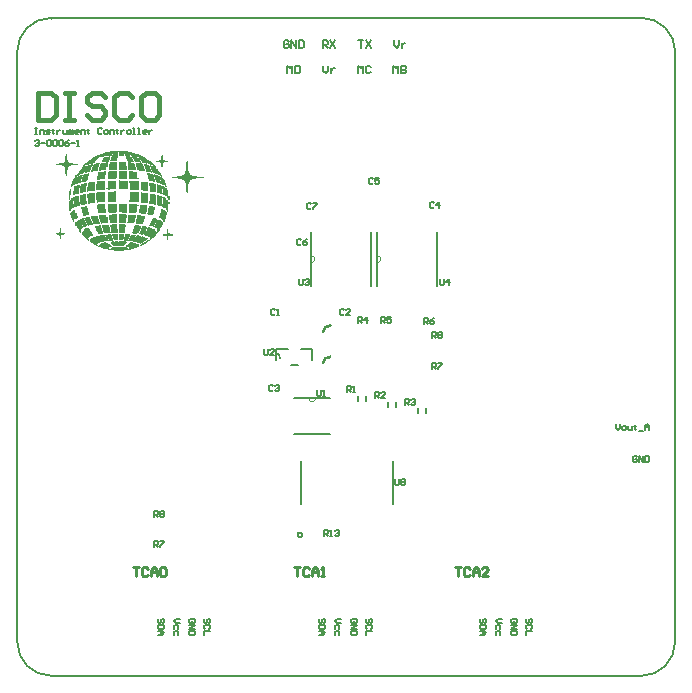
<source format=gto>
G04*
G04 #@! TF.GenerationSoftware,Altium Limited,CircuitStudio,1.5.2 (30)*
G04*
G04 Layer_Color=15065295*
%FSLAX25Y25*%
%MOIN*%
G70*
G01*
G75*
%ADD20C,0.01500*%
%ADD21C,0.01000*%
%ADD31C,0.00600*%
%ADD32C,0.00000*%
%ADD33C,0.00500*%
%ADD34C,0.00630*%
%ADD35C,0.00787*%
%ADD36C,0.00900*%
%ADD37C,0.00800*%
%ADD38C,0.00700*%
G36*
X938455Y782211D02*
X940522D01*
Y781867D01*
Y781522D01*
Y781178D01*
Y780833D01*
Y780489D01*
Y780144D01*
Y779800D01*
Y779456D01*
Y779111D01*
X938111D01*
Y779456D01*
Y779800D01*
Y780144D01*
Y780489D01*
Y780833D01*
Y781178D01*
Y781522D01*
Y781867D01*
Y782211D01*
Y782555D01*
X938455D01*
Y782211D01*
D02*
G37*
G36*
X929844Y782555D02*
Y782211D01*
Y781867D01*
Y781522D01*
Y781178D01*
Y780833D01*
Y780489D01*
Y780144D01*
Y779800D01*
Y779456D01*
X927089D01*
Y779800D01*
Y780144D01*
Y780489D01*
Y780833D01*
Y781178D01*
Y781522D01*
Y781867D01*
Y782211D01*
Y782555D01*
X929156D01*
Y782900D01*
X929844D01*
Y782555D01*
D02*
G37*
G36*
X937422Y782211D02*
Y781867D01*
Y781522D01*
Y781178D01*
Y780833D01*
Y780489D01*
Y780144D01*
Y779800D01*
Y779456D01*
X934322D01*
Y779800D01*
Y780144D01*
X934667D01*
Y780489D01*
Y780833D01*
Y781178D01*
Y781522D01*
Y781867D01*
Y782211D01*
Y782555D01*
X937422D01*
Y782211D01*
D02*
G37*
G36*
X926400D02*
Y781867D01*
Y781522D01*
Y781178D01*
Y780833D01*
Y780489D01*
Y780144D01*
Y779800D01*
Y779456D01*
X923989D01*
Y779111D01*
X923645D01*
Y779456D01*
Y779800D01*
Y780144D01*
X923300D01*
Y780489D01*
Y780833D01*
Y781178D01*
Y781522D01*
Y781867D01*
Y782211D01*
X923645D01*
Y782555D01*
X926400D01*
Y782211D01*
D02*
G37*
G36*
X915034Y783244D02*
Y782900D01*
Y782555D01*
Y782211D01*
Y781867D01*
Y781522D01*
X914689D01*
Y781178D01*
Y780833D01*
Y780489D01*
Y780144D01*
X915034D01*
Y780489D01*
X915722D01*
Y780833D01*
X916411D01*
Y781178D01*
X917445D01*
Y780833D01*
Y780489D01*
Y780144D01*
Y779800D01*
Y779456D01*
X917789D01*
Y779800D01*
Y780144D01*
Y780489D01*
Y780833D01*
Y781178D01*
Y781522D01*
X918822D01*
Y781867D01*
X919856D01*
Y781522D01*
Y781178D01*
Y780833D01*
Y780489D01*
Y780144D01*
Y779800D01*
X920200D01*
Y779456D01*
Y779111D01*
Y778767D01*
X919511D01*
Y778422D01*
X918134D01*
Y778767D01*
X917789D01*
Y778422D01*
Y778078D01*
X916756D01*
Y777733D01*
X916067D01*
Y777389D01*
X915378D01*
Y777044D01*
X915034D01*
Y776700D01*
Y776356D01*
X914345D01*
Y776700D01*
Y777044D01*
Y777389D01*
Y777733D01*
Y778078D01*
Y778422D01*
Y778767D01*
Y779111D01*
Y779456D01*
Y779800D01*
X914689D01*
Y780144D01*
X914345D01*
Y780489D01*
Y780833D01*
Y781178D01*
Y781522D01*
Y781867D01*
Y782211D01*
Y782555D01*
Y782900D01*
X914689D01*
Y783244D01*
Y783589D01*
X915034D01*
Y783244D01*
D02*
G37*
G36*
X942933Y781522D02*
X943277D01*
Y781178D01*
Y780833D01*
Y780489D01*
Y780144D01*
Y779800D01*
Y779456D01*
Y779111D01*
Y778767D01*
Y778422D01*
X942589D01*
Y778767D01*
X940866D01*
Y779111D01*
Y779456D01*
Y779800D01*
X941211D01*
Y780144D01*
Y780489D01*
Y780833D01*
Y781178D01*
Y781522D01*
Y781867D01*
X942933D01*
Y781522D01*
D02*
G37*
G36*
X922956Y781867D02*
Y781522D01*
Y781178D01*
Y780833D01*
Y780489D01*
Y780144D01*
Y779800D01*
Y779456D01*
Y779111D01*
X921233D01*
Y778767D01*
X920545D01*
Y779111D01*
Y779456D01*
Y779800D01*
Y780144D01*
Y780489D01*
X920200D01*
Y780833D01*
Y781178D01*
Y781522D01*
Y781867D01*
X920889D01*
Y782211D01*
X922956D01*
Y781867D01*
D02*
G37*
G36*
X943966Y784967D02*
X945000D01*
Y784622D01*
X946033D01*
Y784278D01*
X946377D01*
Y783933D01*
X947066D01*
Y783589D01*
Y783244D01*
X947411D01*
Y782900D01*
Y782555D01*
Y782211D01*
Y781867D01*
Y781522D01*
Y781178D01*
X947755D01*
Y780833D01*
Y780489D01*
Y780144D01*
X947411D01*
Y780489D01*
X947066D01*
Y780833D01*
Y781178D01*
X946377D01*
Y781522D01*
X945689D01*
Y781867D01*
X944655D01*
Y782211D01*
X943622D01*
Y782555D01*
Y782900D01*
Y783244D01*
Y783589D01*
Y783933D01*
Y784278D01*
Y784622D01*
Y784967D01*
Y785311D01*
X943966D01*
Y784967D01*
D02*
G37*
G36*
X926400Y786000D02*
Y785655D01*
Y785311D01*
Y784967D01*
Y784622D01*
Y784278D01*
Y783933D01*
Y783589D01*
Y783244D01*
X923300D01*
Y783589D01*
Y783933D01*
Y784278D01*
Y784622D01*
Y784967D01*
Y785311D01*
X923645D01*
Y785655D01*
Y786000D01*
Y786344D01*
X926400D01*
Y786000D01*
D02*
G37*
G36*
X929844D02*
Y785655D01*
Y785311D01*
Y784967D01*
Y784622D01*
Y784278D01*
Y783933D01*
Y783589D01*
X927778D01*
Y783244D01*
X927089D01*
Y783589D01*
X926744D01*
Y783933D01*
X927089D01*
Y784278D01*
Y784622D01*
Y784967D01*
Y785311D01*
Y785655D01*
Y786000D01*
Y786344D01*
X929844D01*
Y786000D01*
D02*
G37*
G36*
X937422D02*
Y785655D01*
Y785311D01*
Y784967D01*
Y784622D01*
Y784278D01*
Y783933D01*
Y783589D01*
Y783244D01*
X934667D01*
Y783589D01*
Y783933D01*
Y784278D01*
Y784622D01*
Y784967D01*
Y785311D01*
Y785655D01*
X934322D01*
Y786000D01*
Y786344D01*
X937422D01*
Y786000D01*
D02*
G37*
G36*
X940522Y785655D02*
Y785311D01*
Y784967D01*
Y784622D01*
Y784278D01*
Y783933D01*
Y783589D01*
Y783244D01*
Y782900D01*
X938800D01*
Y783244D01*
X938111D01*
Y783589D01*
Y783933D01*
Y784278D01*
Y784622D01*
Y784967D01*
Y785311D01*
Y785655D01*
Y786000D01*
X940522D01*
Y785655D01*
D02*
G37*
G36*
X953955Y792544D02*
Y792200D01*
Y791855D01*
Y791511D01*
Y791166D01*
Y790822D01*
Y790478D01*
Y790133D01*
Y789789D01*
X954299D01*
Y789444D01*
Y789100D01*
X954644D01*
Y788755D01*
Y788411D01*
X955333D01*
Y788066D01*
X957055D01*
Y787722D01*
X959122D01*
Y787378D01*
X956711D01*
Y787033D01*
X955333D01*
Y786689D01*
X954644D01*
Y786344D01*
Y786000D01*
X954299D01*
Y785655D01*
Y785311D01*
X953955D01*
Y784967D01*
Y784622D01*
Y784278D01*
Y783933D01*
Y783589D01*
Y783244D01*
Y782900D01*
Y782555D01*
Y782211D01*
X953611D01*
Y782555D01*
X953266D01*
Y782900D01*
Y783244D01*
Y783589D01*
Y783933D01*
Y784278D01*
Y784622D01*
Y784967D01*
Y785311D01*
Y785655D01*
X952922D01*
Y786000D01*
Y786344D01*
X952577D01*
Y786689D01*
X951888D01*
Y787033D01*
X950511D01*
Y787378D01*
X948444D01*
Y787722D01*
X950166D01*
Y788066D01*
X951888D01*
Y788411D01*
X952577D01*
Y788755D01*
X952922D01*
Y789100D01*
Y789444D01*
Y789789D01*
X953266D01*
Y790133D01*
Y790478D01*
Y790822D01*
Y791166D01*
Y791511D01*
Y791855D01*
Y792200D01*
Y792544D01*
X953611D01*
Y792889D01*
X953955D01*
Y792544D01*
D02*
G37*
G36*
X922956Y785655D02*
Y785311D01*
Y784967D01*
Y784622D01*
Y784278D01*
Y783933D01*
Y783589D01*
Y783244D01*
Y782900D01*
X920545D01*
Y782555D01*
X920200D01*
Y782900D01*
Y783244D01*
Y783589D01*
Y783933D01*
Y784278D01*
X920545D01*
Y784622D01*
Y784967D01*
Y785311D01*
Y785655D01*
X920889D01*
Y786000D01*
X922956D01*
Y785655D01*
D02*
G37*
G36*
X942589Y785311D02*
X943277D01*
Y784967D01*
Y784622D01*
Y784278D01*
Y783933D01*
Y783589D01*
Y783244D01*
Y782900D01*
Y782555D01*
X941211D01*
Y782900D01*
Y783244D01*
Y783589D01*
Y783933D01*
Y784278D01*
Y784622D01*
X940866D01*
Y784967D01*
Y785311D01*
Y785655D01*
X942589D01*
Y785311D01*
D02*
G37*
G36*
X944311Y781178D02*
X945344D01*
Y780833D01*
X946377D01*
Y780489D01*
X946722D01*
Y780144D01*
X947411D01*
Y779800D01*
Y779456D01*
X947755D01*
Y779111D01*
Y778767D01*
X947411D01*
Y778422D01*
Y778078D01*
Y777733D01*
Y777389D01*
Y777044D01*
Y776700D01*
Y776356D01*
Y776011D01*
X947066D01*
Y776356D01*
Y776700D01*
X946722D01*
Y777044D01*
Y777389D01*
X945689D01*
Y777733D01*
X945344D01*
Y778078D01*
X943966D01*
Y778422D01*
X943622D01*
Y778767D01*
Y779111D01*
Y779456D01*
Y779800D01*
Y780144D01*
Y780489D01*
Y780833D01*
Y781178D01*
Y781522D01*
X944311D01*
Y781178D01*
D02*
G37*
G36*
X933289Y774978D02*
X933633D01*
Y774633D01*
Y774289D01*
Y773945D01*
X933289D01*
Y773600D01*
Y773256D01*
Y772911D01*
Y772567D01*
Y772222D01*
X930878D01*
Y772567D01*
Y772911D01*
Y773256D01*
Y773600D01*
Y773945D01*
Y774289D01*
Y774633D01*
Y774978D01*
Y775322D01*
X933289D01*
Y774978D01*
D02*
G37*
G36*
X936733Y774633D02*
Y774289D01*
Y773945D01*
X936389D01*
Y773600D01*
Y773256D01*
Y772911D01*
Y772567D01*
X936044D01*
Y772222D01*
X933633D01*
Y772567D01*
X933978D01*
Y772911D01*
Y773256D01*
Y773600D01*
Y773945D01*
Y774289D01*
Y774633D01*
Y774978D01*
X936733D01*
Y774633D01*
D02*
G37*
G36*
X916411Y776356D02*
Y776011D01*
Y775667D01*
X916756D01*
Y775322D01*
Y774978D01*
Y774633D01*
X917100D01*
Y774289D01*
Y773945D01*
X916756D01*
Y773600D01*
X916067D01*
Y773256D01*
Y772911D01*
Y772567D01*
X915722D01*
Y772911D01*
Y773256D01*
X915378D01*
Y773600D01*
Y773945D01*
X915034D01*
Y774289D01*
Y774633D01*
Y774978D01*
X914689D01*
Y775322D01*
Y775667D01*
X915034D01*
Y776011D01*
X915378D01*
Y776356D01*
X915722D01*
Y776700D01*
X916411D01*
Y776356D01*
D02*
G37*
G36*
X930189Y774978D02*
Y774633D01*
Y774289D01*
Y773945D01*
Y773600D01*
Y773256D01*
Y772911D01*
Y772567D01*
Y772222D01*
X927778D01*
Y772567D01*
Y772911D01*
Y773256D01*
X927433D01*
Y773600D01*
Y773945D01*
Y774289D01*
Y774633D01*
Y774978D01*
X928467D01*
Y775322D01*
X930189D01*
Y774978D01*
D02*
G37*
G36*
X938111Y774633D02*
X939489D01*
Y774289D01*
Y773945D01*
Y773600D01*
X939144D01*
Y773256D01*
Y772911D01*
Y772567D01*
X938800D01*
Y772222D01*
Y771878D01*
X936733D01*
Y772222D01*
Y772567D01*
Y772911D01*
Y773256D01*
Y773600D01*
X937078D01*
Y773945D01*
Y774289D01*
Y774633D01*
Y774978D01*
X938111D01*
Y774633D01*
D02*
G37*
G36*
X926744D02*
Y774289D01*
X927089D01*
Y773945D01*
Y773600D01*
Y773256D01*
Y772911D01*
Y772567D01*
Y772222D01*
X925367D01*
Y771878D01*
X925022D01*
Y772222D01*
Y772567D01*
X924678D01*
Y772911D01*
Y773256D01*
Y773600D01*
X924333D01*
Y773945D01*
Y774289D01*
Y774633D01*
Y774978D01*
X926744D01*
Y774633D01*
D02*
G37*
G36*
X923989Y774289D02*
Y773945D01*
Y773600D01*
X924333D01*
Y773256D01*
Y772911D01*
Y772567D01*
X924678D01*
Y772222D01*
Y771878D01*
X922267D01*
Y771533D01*
X920889D01*
Y771189D01*
X920545D01*
Y771533D01*
X920200D01*
Y771189D01*
X919856D01*
Y770845D01*
X918822D01*
Y770500D01*
X918478D01*
Y770156D01*
X918134D01*
Y769811D01*
Y769467D01*
Y769122D01*
X917789D01*
Y769467D01*
X917445D01*
Y769811D01*
Y770156D01*
X917100D01*
Y770500D01*
X916756D01*
Y770845D01*
Y771189D01*
X916411D01*
Y771533D01*
Y771878D01*
Y772222D01*
Y772567D01*
X916756D01*
Y772911D01*
X917100D01*
Y773256D01*
X917789D01*
Y773600D01*
X918478D01*
Y773945D01*
X919856D01*
Y774289D01*
X921233D01*
Y773945D01*
Y773600D01*
X921578D01*
Y773256D01*
Y772911D01*
X921922D01*
Y772567D01*
Y772222D01*
X922267D01*
Y772567D01*
Y772911D01*
X921922D01*
Y773256D01*
Y773600D01*
X921578D01*
Y773945D01*
Y774289D01*
Y774633D01*
X923989D01*
Y774289D01*
D02*
G37*
G36*
X945689Y776700D02*
X946377D01*
Y776356D01*
X946722D01*
Y776011D01*
X947066D01*
Y775667D01*
Y775322D01*
Y774978D01*
X946722D01*
Y774633D01*
Y774289D01*
Y773945D01*
Y773600D01*
X946377D01*
Y773256D01*
Y772911D01*
Y772567D01*
X945689D01*
Y772911D01*
Y773256D01*
X945344D01*
Y773600D01*
X945000D01*
Y773945D01*
X944311D01*
Y774289D01*
Y774633D01*
X944655D01*
Y774978D01*
Y775322D01*
Y775667D01*
X945000D01*
Y776011D01*
Y776356D01*
Y776700D01*
Y777044D01*
X945689D01*
Y776700D01*
D02*
G37*
G36*
X930189Y778422D02*
Y778078D01*
Y777733D01*
Y777389D01*
Y777044D01*
Y776700D01*
Y776356D01*
Y776011D01*
X929844D01*
Y775667D01*
X927433D01*
Y776011D01*
X927089D01*
Y776356D01*
Y776700D01*
Y777044D01*
Y777389D01*
Y777733D01*
Y778078D01*
Y778422D01*
Y778767D01*
X930189D01*
Y778422D01*
D02*
G37*
G36*
X933633D02*
Y778078D01*
Y777733D01*
Y777389D01*
Y777044D01*
Y776700D01*
Y776356D01*
Y776011D01*
Y775667D01*
X931911D01*
Y776011D01*
X930878D01*
Y776356D01*
Y776700D01*
Y777044D01*
Y777389D01*
Y777733D01*
Y778078D01*
Y778422D01*
Y778767D01*
X933633D01*
Y778422D01*
D02*
G37*
G36*
X937078D02*
X937422D01*
Y778078D01*
X937078D01*
Y777733D01*
Y777389D01*
Y777044D01*
Y776700D01*
Y776356D01*
Y776011D01*
X936733D01*
Y775667D01*
X934322D01*
Y776011D01*
Y776356D01*
Y776700D01*
Y777044D01*
Y777389D01*
Y777733D01*
Y778078D01*
Y778422D01*
Y778767D01*
X937078D01*
Y778422D01*
D02*
G37*
G36*
X926400D02*
Y778078D01*
Y777733D01*
Y777389D01*
Y777044D01*
X926744D01*
Y776700D01*
Y776356D01*
Y776011D01*
Y775667D01*
X923989D01*
Y776011D01*
Y776356D01*
Y776700D01*
Y777044D01*
X923645D01*
Y777389D01*
Y777733D01*
Y778078D01*
Y778422D01*
X923989D01*
Y778767D01*
X926400D01*
Y778422D01*
D02*
G37*
G36*
X920200Y777733D02*
Y777389D01*
X920545D01*
Y777044D01*
Y776700D01*
Y776356D01*
Y776011D01*
X920889D01*
Y775667D01*
Y775322D01*
Y774978D01*
X919856D01*
Y774633D01*
X918822D01*
Y774978D01*
Y775322D01*
Y775667D01*
X918478D01*
Y776011D01*
Y776356D01*
Y776700D01*
Y777044D01*
X918134D01*
Y777389D01*
Y777733D01*
X919511D01*
Y778078D01*
X920200D01*
Y777733D01*
D02*
G37*
G36*
X942244D02*
X942933D01*
Y777389D01*
Y777044D01*
Y776700D01*
X942589D01*
Y776356D01*
Y776011D01*
Y775667D01*
Y775322D01*
X942244D01*
Y774978D01*
X940522D01*
Y775322D01*
X940178D01*
Y775667D01*
X940522D01*
Y776011D01*
Y776356D01*
Y776700D01*
Y777044D01*
Y777389D01*
X940866D01*
Y777733D01*
Y778078D01*
X942244D01*
Y777733D01*
D02*
G37*
G36*
X940178Y778078D02*
Y777733D01*
Y777389D01*
Y777044D01*
Y776700D01*
Y776356D01*
Y776011D01*
X939833D01*
Y775667D01*
Y775322D01*
X938111D01*
Y775667D01*
X937422D01*
Y776011D01*
Y776356D01*
Y776700D01*
Y777044D01*
X937766D01*
Y777389D01*
Y777733D01*
Y778078D01*
Y778422D01*
X940178D01*
Y778078D01*
D02*
G37*
G36*
X931222Y786344D02*
X933978D01*
Y786000D01*
Y785655D01*
Y785311D01*
Y784967D01*
Y784622D01*
Y784278D01*
Y783933D01*
Y783589D01*
X930878D01*
Y783933D01*
Y784278D01*
Y784622D01*
Y784967D01*
Y785311D01*
Y785655D01*
Y786000D01*
Y786344D01*
Y786689D01*
X931222D01*
Y786344D01*
D02*
G37*
G36*
X934667Y768434D02*
Y768089D01*
X935011D01*
Y768434D01*
X936733D01*
Y768089D01*
X937078D01*
Y768434D01*
X937422D01*
Y768089D01*
X938111D01*
Y767745D01*
X938455D01*
Y768089D01*
X938800D01*
Y767745D01*
X939489D01*
Y767400D01*
X940522D01*
Y767056D01*
X940178D01*
Y766711D01*
X941211D01*
Y766367D01*
X940522D01*
Y766022D01*
X940178D01*
Y765678D01*
X939833D01*
Y765334D01*
X939144D01*
Y764989D01*
X938455D01*
Y764645D01*
X937766D01*
Y764989D01*
X938111D01*
Y765334D01*
X937766D01*
Y765678D01*
X937078D01*
Y766022D01*
X935700D01*
Y766367D01*
X933289D01*
Y766022D01*
X933633D01*
Y765678D01*
X933289D01*
Y765334D01*
X932944D01*
Y764989D01*
X932600D01*
Y764645D01*
X928811D01*
Y764989D01*
X928467D01*
Y765334D01*
X928122D01*
Y765678D01*
Y766022D01*
X928467D01*
Y766367D01*
X926056D01*
Y766022D01*
X926744D01*
Y765678D01*
X927089D01*
Y765334D01*
X927778D01*
Y764989D01*
X928122D01*
Y764645D01*
X928467D01*
Y764300D01*
X933289D01*
Y764645D01*
Y764989D01*
X933978D01*
Y765334D01*
X934322D01*
Y765678D01*
X934667D01*
Y766022D01*
X935700D01*
Y765678D01*
X936733D01*
Y765334D01*
X937422D01*
Y764989D01*
Y764645D01*
Y764300D01*
X937078D01*
Y763956D01*
X936044D01*
Y763611D01*
X935011D01*
Y763267D01*
X932600D01*
Y762922D01*
X929156D01*
Y763267D01*
X927089D01*
Y763611D01*
X925711D01*
Y763956D01*
X925022D01*
Y764300D01*
X923989D01*
Y764645D01*
X923300D01*
Y764989D01*
X922611D01*
Y765334D01*
X922267D01*
Y765678D01*
X921578D01*
Y766022D01*
X921233D01*
Y766367D01*
Y766711D01*
Y767056D01*
X921578D01*
Y767400D01*
X922267D01*
Y767745D01*
X923300D01*
Y768089D01*
X924678D01*
Y768434D01*
X927089D01*
Y768778D01*
X928122D01*
Y768434D01*
X928467D01*
Y768778D01*
X930533D01*
Y768434D01*
Y768089D01*
Y767745D01*
Y767400D01*
Y767056D01*
Y766711D01*
X929156D01*
Y767056D01*
X928811D01*
Y766711D01*
Y766367D01*
X929156D01*
Y766022D01*
X929500D01*
Y766367D01*
X930533D01*
Y766022D01*
X930878D01*
Y766367D01*
X932600D01*
Y766711D01*
Y767056D01*
X932255D01*
Y766711D01*
X930878D01*
Y767056D01*
Y767400D01*
Y767745D01*
Y768089D01*
Y768434D01*
Y768778D01*
X932600D01*
Y768434D01*
Y768089D01*
Y767745D01*
X932944D01*
Y768089D01*
Y768434D01*
Y768778D01*
X934667D01*
Y768434D01*
D02*
G37*
G36*
X920889Y770156D02*
X921233D01*
Y769811D01*
X921578D01*
Y769467D01*
X921922D01*
Y769122D01*
Y768778D01*
X922267D01*
Y768434D01*
Y768089D01*
X921233D01*
Y767745D01*
X920889D01*
Y767400D01*
X920545D01*
Y767056D01*
X920889D01*
Y766711D01*
Y766367D01*
X920545D01*
Y766711D01*
X920200D01*
Y767056D01*
X919856D01*
Y767400D01*
X919511D01*
Y767745D01*
X919167D01*
Y768089D01*
X918822D01*
Y768434D01*
X918478D01*
Y768778D01*
Y769122D01*
Y769467D01*
X918822D01*
Y769811D01*
X919167D01*
Y770156D01*
X919511D01*
Y770500D01*
X920889D01*
Y770156D01*
D02*
G37*
G36*
X933978Y795989D02*
X935355D01*
Y795644D01*
X936389D01*
Y795300D01*
X937422D01*
Y794955D01*
X938111D01*
Y794611D01*
X938800D01*
Y794266D01*
X939489D01*
Y793922D01*
X939833D01*
Y793577D01*
X940178D01*
Y793233D01*
X940866D01*
Y792889D01*
X941555D01*
Y792544D01*
X941900D01*
Y792200D01*
X942244D01*
Y791855D01*
X942589D01*
Y791511D01*
X942933D01*
Y791166D01*
X943277D01*
Y790822D01*
Y790478D01*
X943966D01*
Y790133D01*
Y789789D01*
X944311D01*
Y789444D01*
X944655D01*
Y789100D01*
X945000D01*
Y788755D01*
Y788411D01*
X945344D01*
Y788066D01*
Y787722D01*
Y787378D01*
X945689D01*
Y787033D01*
X946033D01*
Y786689D01*
X946377D01*
Y786344D01*
Y786000D01*
Y785655D01*
X946722D01*
Y785311D01*
Y784967D01*
Y784622D01*
X947066D01*
Y784278D01*
X946377D01*
Y784622D01*
Y784967D01*
X945344D01*
Y785311D01*
X944655D01*
Y785655D01*
X943622D01*
Y786000D01*
X943277D01*
Y786344D01*
Y786689D01*
X942933D01*
Y786344D01*
Y786000D01*
X942244D01*
Y786344D01*
X940866D01*
Y786689D01*
Y787033D01*
X940522D01*
Y787378D01*
Y787722D01*
Y788066D01*
Y788411D01*
X940178D01*
Y788755D01*
Y789100D01*
X941211D01*
Y788755D01*
X942244D01*
Y788411D01*
X942589D01*
Y788755D01*
X942933D01*
Y788411D01*
X943966D01*
Y788066D01*
X944655D01*
Y787722D01*
X945000D01*
Y788066D01*
X944655D01*
Y788411D01*
X943966D01*
Y788755D01*
X942933D01*
Y789100D01*
X942244D01*
Y789444D01*
X941900D01*
Y789100D01*
X941555D01*
Y789444D01*
X939833D01*
Y789789D01*
Y790133D01*
Y790478D01*
X939489D01*
Y790822D01*
Y791166D01*
X939144D01*
Y791511D01*
Y791855D01*
X939833D01*
Y792200D01*
X938455D01*
Y792544D01*
Y792889D01*
X938111D01*
Y793233D01*
X937766D01*
Y792889D01*
X938111D01*
Y792544D01*
Y792200D01*
X938455D01*
Y791855D01*
X938800D01*
Y791511D01*
Y791166D01*
X939144D01*
Y790822D01*
Y790478D01*
X939489D01*
Y790133D01*
Y789789D01*
X937422D01*
Y790133D01*
X937078D01*
Y790478D01*
Y790822D01*
X936733D01*
Y791166D01*
Y791511D01*
Y791855D01*
Y792200D01*
X937766D01*
Y792544D01*
X936389D01*
Y792889D01*
X936044D01*
Y793233D01*
Y793577D01*
X935700D01*
Y793922D01*
X935355D01*
Y793577D01*
X935700D01*
Y793233D01*
Y792889D01*
X936044D01*
Y792544D01*
X935011D01*
Y792200D01*
X936044D01*
Y791855D01*
X936389D01*
Y791511D01*
Y791166D01*
Y790822D01*
X936733D01*
Y790478D01*
Y790133D01*
X933978D01*
Y790478D01*
Y790822D01*
Y791166D01*
Y791511D01*
Y791855D01*
Y792200D01*
Y792544D01*
Y792889D01*
X933633D01*
Y793233D01*
Y793577D01*
X933289D01*
Y793922D01*
Y794266D01*
Y794611D01*
X932944D01*
Y794955D01*
Y795300D01*
X932600D01*
Y794955D01*
Y794611D01*
X930878D01*
Y794955D01*
Y795300D01*
Y795644D01*
Y795989D01*
X930533D01*
Y795644D01*
Y795300D01*
Y794955D01*
Y794611D01*
Y794266D01*
Y793922D01*
X930189D01*
Y793577D01*
Y793233D01*
Y792889D01*
X927778D01*
Y793233D01*
X927433D01*
Y792889D01*
Y792544D01*
X927089D01*
Y792200D01*
Y791855D01*
Y791511D01*
Y791166D01*
Y790822D01*
X926744D01*
Y790478D01*
Y790133D01*
X925022D01*
Y789789D01*
X924333D01*
Y790133D01*
Y790478D01*
Y790822D01*
X923989D01*
Y790478D01*
Y790133D01*
Y789789D01*
X922267D01*
Y789444D01*
X921578D01*
Y789789D01*
Y790133D01*
X921233D01*
Y789789D01*
Y789444D01*
X920200D01*
Y789100D01*
X919511D01*
Y789444D01*
X919167D01*
Y789100D01*
X918822D01*
Y788755D01*
X917789D01*
Y788411D01*
X919167D01*
Y788755D01*
X920545D01*
Y789100D01*
X920889D01*
Y788755D01*
Y788411D01*
Y788066D01*
X920545D01*
Y787722D01*
Y787378D01*
Y787033D01*
Y786689D01*
X920200D01*
Y786344D01*
X919856D01*
Y786000D01*
X918134D01*
Y785655D01*
X917100D01*
Y785311D01*
X916411D01*
Y784967D01*
X915722D01*
Y784622D01*
X915378D01*
Y784278D01*
X915034D01*
Y784622D01*
Y784967D01*
Y785311D01*
X915378D01*
Y785655D01*
Y786000D01*
Y786344D01*
X915722D01*
Y786689D01*
Y787033D01*
X916067D01*
Y787378D01*
X916411D01*
Y787722D01*
Y788066D01*
Y788411D01*
X916756D01*
Y788755D01*
X917100D01*
Y789100D01*
X917445D01*
Y789444D01*
Y789789D01*
X917789D01*
Y790133D01*
X918134D01*
Y790478D01*
X918478D01*
Y790822D01*
X918822D01*
Y791166D01*
Y791511D01*
X919167D01*
Y791855D01*
X919511D01*
Y792200D01*
X920200D01*
Y792544D01*
X920545D01*
Y792889D01*
X920889D01*
Y793233D01*
X921578D01*
Y793577D01*
X921922D01*
Y793922D01*
X922267D01*
Y794266D01*
X922956D01*
Y794611D01*
X923645D01*
Y794955D01*
X924678D01*
Y795300D01*
X925711D01*
Y795644D01*
X926400D01*
Y795989D01*
X927778D01*
Y796333D01*
X933978D01*
Y795989D01*
D02*
G37*
G36*
X913656Y794955D02*
Y794611D01*
Y794266D01*
Y793922D01*
Y793577D01*
Y793233D01*
X914000D01*
Y792889D01*
Y792544D01*
X914345D01*
Y792200D01*
X915722D01*
Y791855D01*
X917100D01*
Y791511D01*
X915034D01*
Y791166D01*
X914345D01*
Y790822D01*
X914000D01*
Y790478D01*
Y790133D01*
X913656D01*
Y789789D01*
Y789444D01*
Y789100D01*
Y788755D01*
Y788411D01*
Y788066D01*
X913311D01*
Y788411D01*
Y788755D01*
X912967D01*
Y789100D01*
Y789444D01*
Y789789D01*
Y790133D01*
Y790478D01*
Y790822D01*
X912623D01*
Y791166D01*
X911934D01*
Y791511D01*
X909867D01*
Y791855D01*
X910900D01*
Y792200D01*
X912623D01*
Y792544D01*
X912967D01*
Y792889D01*
Y793233D01*
Y793577D01*
Y793922D01*
Y794266D01*
Y794611D01*
X913311D01*
Y794955D01*
Y795300D01*
X913656D01*
Y794955D01*
D02*
G37*
G36*
X930189Y792200D02*
Y791855D01*
Y791511D01*
Y791166D01*
Y790822D01*
Y790478D01*
Y790133D01*
X927433D01*
Y790478D01*
Y790822D01*
Y791166D01*
Y791511D01*
Y791855D01*
X927778D01*
Y792200D01*
Y792544D01*
X930189D01*
Y792200D01*
D02*
G37*
G36*
X947411Y769811D02*
Y769467D01*
Y769122D01*
X947755D01*
Y768778D01*
X948788D01*
Y768434D01*
Y768089D01*
X947411D01*
Y767745D01*
Y767400D01*
Y767056D01*
Y766711D01*
X947066D01*
Y767056D01*
Y767400D01*
Y767745D01*
Y768089D01*
X945689D01*
Y768434D01*
Y768778D01*
X947066D01*
Y769122D01*
Y769467D01*
Y769811D01*
Y770156D01*
X947411D01*
Y769811D01*
D02*
G37*
G36*
X945689Y794611D02*
Y794266D01*
Y793922D01*
Y793577D01*
Y793233D01*
X946377D01*
Y792889D01*
X947411D01*
Y792544D01*
X946033D01*
Y792200D01*
X945689D01*
Y791855D01*
Y791511D01*
Y791166D01*
Y790822D01*
X945000D01*
Y791166D01*
Y791511D01*
Y791855D01*
Y792200D01*
X944655D01*
Y792544D01*
X943277D01*
Y792889D01*
X944311D01*
Y793233D01*
X945000D01*
Y793577D01*
Y793922D01*
Y794266D01*
Y794611D01*
X945344D01*
Y794955D01*
X945689D01*
Y794611D01*
D02*
G37*
G36*
X933289Y792200D02*
Y791855D01*
Y791511D01*
Y791166D01*
X933633D01*
Y790822D01*
Y790478D01*
Y790133D01*
X930878D01*
Y790478D01*
Y790822D01*
Y791166D01*
Y791511D01*
Y791855D01*
Y792200D01*
Y792544D01*
X933289D01*
Y792200D01*
D02*
G37*
G36*
X911589Y770156D02*
Y769811D01*
Y769467D01*
Y769122D01*
X912967D01*
Y768778D01*
X912623D01*
Y768434D01*
X911589D01*
Y768089D01*
Y767745D01*
Y767400D01*
Y767056D01*
X911245D01*
Y767400D01*
Y767745D01*
Y768089D01*
X910900D01*
Y768434D01*
X910211D01*
Y768778D01*
X909867D01*
Y769122D01*
X910900D01*
Y769467D01*
X911245D01*
Y769811D01*
Y770156D01*
Y770500D01*
X911589D01*
Y770156D01*
D02*
G37*
G36*
X932944Y771533D02*
X933289D01*
Y771189D01*
Y770845D01*
X932944D01*
Y770500D01*
Y770156D01*
Y769811D01*
Y769467D01*
Y769122D01*
X930878D01*
Y769467D01*
Y769811D01*
Y770156D01*
Y770500D01*
Y770845D01*
Y771189D01*
Y771533D01*
Y771878D01*
X932944D01*
Y771533D01*
D02*
G37*
G36*
X926744Y789444D02*
Y789100D01*
Y788755D01*
Y788411D01*
X926400D01*
Y788066D01*
Y787722D01*
Y787378D01*
Y787033D01*
X924678D01*
Y786689D01*
X923645D01*
Y787033D01*
Y787378D01*
Y787722D01*
Y788066D01*
X923989D01*
Y788411D01*
Y788755D01*
Y789100D01*
Y789444D01*
X926056D01*
Y789789D01*
X926744D01*
Y789444D01*
D02*
G37*
G36*
X930189D02*
Y789100D01*
Y788755D01*
Y788411D01*
Y788066D01*
Y787722D01*
Y787378D01*
X929844D01*
Y787033D01*
X927089D01*
Y787378D01*
Y787722D01*
Y788066D01*
Y788411D01*
Y788755D01*
Y789100D01*
Y789444D01*
X927433D01*
Y789789D01*
X930189D01*
Y789444D01*
D02*
G37*
G36*
X933633D02*
Y789100D01*
Y788755D01*
Y788411D01*
Y788066D01*
Y787722D01*
Y787378D01*
Y787033D01*
X930878D01*
Y787378D01*
Y787722D01*
Y788066D01*
Y788411D01*
Y788755D01*
Y789100D01*
Y789444D01*
Y789789D01*
X933633D01*
Y789444D01*
D02*
G37*
G36*
X920200Y785311D02*
Y784967D01*
Y784622D01*
X919856D01*
Y784278D01*
Y783933D01*
Y783589D01*
Y783244D01*
Y782900D01*
Y782555D01*
X918822D01*
Y782211D01*
X917789D01*
Y782555D01*
Y782900D01*
Y783244D01*
Y783589D01*
Y783933D01*
X917445D01*
Y783589D01*
Y783244D01*
Y782900D01*
Y782555D01*
Y782211D01*
Y781867D01*
X916411D01*
Y781522D01*
X915722D01*
Y781867D01*
Y782211D01*
Y782555D01*
Y782900D01*
X916067D01*
Y783244D01*
Y783589D01*
Y783933D01*
Y784278D01*
Y784622D01*
X916756D01*
Y784967D01*
X917789D01*
Y784622D01*
X918134D01*
Y784967D01*
Y785311D01*
X919167D01*
Y785655D01*
X920200D01*
Y785311D01*
D02*
G37*
G36*
X943277Y773600D02*
X943622D01*
Y773256D01*
X945000D01*
Y772911D01*
X945344D01*
Y772567D01*
X945689D01*
Y772222D01*
Y771878D01*
Y771533D01*
X945344D01*
Y771189D01*
Y770845D01*
X945000D01*
Y770500D01*
X944655D01*
Y770156D01*
Y769811D01*
X944311D01*
Y769467D01*
X943966D01*
Y769122D01*
X943622D01*
Y768778D01*
X943277D01*
Y768434D01*
Y768089D01*
X942933D01*
Y767745D01*
X942589D01*
Y767400D01*
X941900D01*
Y767056D01*
X941555D01*
Y766711D01*
X941211D01*
Y767056D01*
Y767400D01*
Y767745D01*
X940522D01*
Y768089D01*
X939489D01*
Y768434D01*
X939144D01*
Y768778D01*
X938800D01*
Y768434D01*
X938111D01*
Y768778D01*
X937422D01*
Y769122D01*
X937078D01*
Y768778D01*
X935700D01*
Y769122D01*
X935355D01*
Y769467D01*
X935700D01*
Y769811D01*
Y770156D01*
X936044D01*
Y770500D01*
Y770845D01*
Y771189D01*
X936389D01*
Y771533D01*
X937422D01*
Y771189D01*
X938111D01*
Y770845D01*
Y770500D01*
X938455D01*
Y770845D01*
Y771189D01*
X939833D01*
Y770845D01*
X940178D01*
Y770500D01*
X940522D01*
Y770845D01*
X941211D01*
Y770500D01*
X941900D01*
Y770156D01*
X942933D01*
Y769811D01*
X943277D01*
Y769467D01*
X943622D01*
Y769811D01*
Y770156D01*
Y770500D01*
X942933D01*
Y770845D01*
X942244D01*
Y771189D01*
X940866D01*
Y771533D01*
X941211D01*
Y771878D01*
Y772222D01*
X941555D01*
Y772567D01*
Y772911D01*
X941900D01*
Y773256D01*
Y773600D01*
X942244D01*
Y773945D01*
X943277D01*
Y773600D01*
D02*
G37*
G36*
X930189Y771533D02*
Y771189D01*
Y770845D01*
Y770500D01*
Y770156D01*
X930533D01*
Y769811D01*
Y769467D01*
Y769122D01*
X926056D01*
Y769467D01*
X925711D01*
Y769122D01*
Y768778D01*
X923989D01*
Y769122D01*
Y769467D01*
X923645D01*
Y769811D01*
X923300D01*
Y770156D01*
Y770500D01*
X922956D01*
Y770845D01*
Y771189D01*
X924333D01*
Y771533D01*
X925022D01*
Y771189D01*
Y770845D01*
Y770500D01*
X925367D01*
Y770156D01*
Y769811D01*
X925711D01*
Y770156D01*
Y770500D01*
X925367D01*
Y770845D01*
Y771189D01*
Y771533D01*
X927433D01*
Y771189D01*
Y770845D01*
X927778D01*
Y770500D01*
Y770156D01*
Y769811D01*
Y769467D01*
X928122D01*
Y769811D01*
Y770156D01*
Y770500D01*
Y770845D01*
X927778D01*
Y771189D01*
Y771533D01*
X928467D01*
Y771878D01*
X930189D01*
Y771533D01*
D02*
G37*
G36*
X935700Y789444D02*
X937078D01*
Y789100D01*
Y788755D01*
Y788411D01*
Y788066D01*
Y787722D01*
Y787378D01*
X937422D01*
Y787033D01*
X934322D01*
Y787378D01*
Y787722D01*
Y788066D01*
Y788411D01*
Y788755D01*
Y789100D01*
Y789444D01*
Y789789D01*
X935700D01*
Y789444D01*
D02*
G37*
%LPC*%
G36*
X926056Y766022D02*
X924678D01*
Y765678D01*
X923989D01*
Y765334D01*
X923645D01*
Y764989D01*
X923989D01*
Y764645D01*
X924333D01*
Y764989D01*
X924678D01*
Y765334D01*
X925022D01*
Y765678D01*
X926056D01*
Y766022D01*
D02*
G37*
G36*
X934322Y764300D02*
X933633D01*
Y763956D01*
X933978D01*
Y763611D01*
X934322D01*
Y763956D01*
Y764300D01*
D02*
G37*
G36*
X940178Y766711D02*
X939833D01*
Y766367D01*
X940178D01*
Y766711D01*
D02*
G37*
G36*
X942933Y771533D02*
X942589D01*
Y771189D01*
X942933D01*
Y771533D01*
D02*
G37*
G36*
X928467Y764300D02*
X927433D01*
Y763956D01*
Y763611D01*
X928122D01*
Y763956D01*
X928467D01*
Y764300D01*
D02*
G37*
G36*
X939144Y766022D02*
X938800D01*
Y765678D01*
X939144D01*
Y766022D01*
D02*
G37*
G36*
X939833Y766367D02*
X939144D01*
Y766022D01*
X939833D01*
Y766367D01*
D02*
G37*
G36*
X920200Y772222D02*
X919856D01*
Y771878D01*
X920200D01*
Y772222D01*
D02*
G37*
G36*
X938455Y765678D02*
X938111D01*
Y765334D01*
X938455D01*
Y765678D01*
D02*
G37*
G36*
X940178Y770156D02*
X939833D01*
Y769811D01*
X940178D01*
Y770156D01*
D02*
G37*
G36*
X918822Y771533D02*
X918478D01*
Y771189D01*
X918822D01*
Y771533D01*
D02*
G37*
G36*
X936733Y768089D02*
X936389D01*
Y767745D01*
X936733D01*
Y768089D01*
D02*
G37*
G36*
X938111Y770156D02*
X937766D01*
Y769811D01*
X938111D01*
Y770156D01*
D02*
G37*
G36*
X937766Y769811D02*
X937422D01*
Y769467D01*
Y769122D01*
X937766D01*
Y769467D01*
Y769811D01*
D02*
G37*
G36*
X934322Y767056D02*
X933978D01*
Y766711D01*
X934322D01*
Y767056D01*
D02*
G37*
G36*
X927433D02*
X927089D01*
Y766711D01*
X927433D01*
Y767056D01*
D02*
G37*
G36*
X928811Y768089D02*
X928467D01*
Y767745D01*
Y767400D01*
X928811D01*
Y767745D01*
Y768089D01*
D02*
G37*
G36*
X926744D02*
X926400D01*
Y767745D01*
X926744D01*
Y768089D01*
D02*
G37*
G36*
X934667Y767745D02*
X934322D01*
Y767400D01*
X934667D01*
Y767745D01*
D02*
G37*
G36*
X920545Y791511D02*
X919511D01*
Y791166D01*
X920545D01*
Y791511D01*
D02*
G37*
G36*
X940522Y792200D02*
X940178D01*
Y791855D01*
Y791511D01*
X940866D01*
Y791166D01*
X941211D01*
Y791511D01*
Y791855D01*
X940522D01*
Y792200D01*
D02*
G37*
G36*
X942244Y791511D02*
X941555D01*
Y791166D01*
X942244D01*
Y791511D01*
D02*
G37*
G36*
X941555Y790822D02*
X941211D01*
Y790478D01*
X941555D01*
Y790822D01*
D02*
G37*
G36*
X922267Y791166D02*
X921922D01*
Y790822D01*
X922267D01*
Y791166D01*
D02*
G37*
G36*
X924678Y791855D02*
X924333D01*
Y791511D01*
Y791166D01*
Y790822D01*
X924678D01*
Y791166D01*
Y791511D01*
Y791855D01*
D02*
G37*
G36*
X921578D02*
X920889D01*
Y791511D01*
X921578D01*
Y791855D01*
D02*
G37*
G36*
X927433Y794611D02*
X926056D01*
Y794266D01*
X927433D01*
Y794611D01*
D02*
G37*
G36*
X935011Y794955D02*
X934667D01*
Y794611D01*
Y794266D01*
X935355D01*
Y794611D01*
X935011D01*
Y794955D01*
D02*
G37*
G36*
X928811Y795300D02*
X928467D01*
Y794955D01*
X928811D01*
Y795300D01*
D02*
G37*
G36*
X926056Y794266D02*
X924333D01*
Y793922D01*
X923989D01*
Y793577D01*
X923645D01*
Y793233D01*
X923300D01*
Y792889D01*
X922956D01*
Y792544D01*
Y792200D01*
X922267D01*
Y791855D01*
Y791511D01*
X922611D01*
Y791855D01*
X923300D01*
Y792200D01*
X924678D01*
Y791855D01*
X925022D01*
Y792200D01*
X926744D01*
Y792544D01*
X925367D01*
Y792889D01*
Y793233D01*
X925711D01*
Y793577D01*
Y793922D01*
X926056D01*
Y794266D01*
D02*
G37*
G36*
X928467Y794611D02*
X927778D01*
Y794266D01*
Y793922D01*
Y793577D01*
Y793233D01*
X928122D01*
Y793577D01*
Y793922D01*
Y794266D01*
X928467D01*
Y794611D01*
D02*
G37*
G36*
X937422Y794266D02*
X937078D01*
Y793922D01*
X937422D01*
Y794266D01*
D02*
G37*
G36*
X921922Y790822D02*
X921578D01*
Y790478D01*
Y790133D01*
X921922D01*
Y790478D01*
Y790822D01*
D02*
G37*
G36*
X916067Y779800D02*
X915722D01*
Y779456D01*
Y779111D01*
Y778767D01*
X916067D01*
Y779111D01*
Y779456D01*
Y779800D01*
D02*
G37*
G36*
X945689Y780489D02*
X945344D01*
Y780144D01*
Y779800D01*
Y779456D01*
Y779111D01*
Y778767D01*
X945689D01*
Y779111D01*
Y779456D01*
Y779800D01*
Y780144D01*
Y780489D01*
D02*
G37*
G36*
Y783589D02*
X945344D01*
Y783244D01*
Y782900D01*
Y782555D01*
Y782211D01*
X945689D01*
Y782555D01*
Y782900D01*
Y783244D01*
Y783589D01*
D02*
G37*
G36*
X943277Y772222D02*
X942933D01*
Y771878D01*
X943277D01*
Y772222D01*
D02*
G37*
G36*
X919856Y772911D02*
X919511D01*
Y772567D01*
X919856D01*
Y772911D01*
D02*
G37*
G36*
X919511Y773600D02*
X919167D01*
Y773256D01*
X919511D01*
Y773600D01*
D02*
G37*
G36*
X918478Y787033D02*
X918134D01*
Y786689D01*
Y786344D01*
X918478D01*
Y786689D01*
Y787033D01*
D02*
G37*
G36*
X918822Y788066D02*
X918478D01*
Y787722D01*
X918822D01*
Y788066D01*
D02*
G37*
G36*
X917789Y788411D02*
X917445D01*
Y788066D01*
X917789D01*
Y788411D01*
D02*
G37*
G36*
X941900Y790133D02*
X941555D01*
Y789789D01*
X941900D01*
Y790133D01*
D02*
G37*
G36*
X945000Y786689D02*
X944655D01*
Y786344D01*
X945000D01*
Y786689D01*
D02*
G37*
G36*
X942933Y787722D02*
X942589D01*
Y787378D01*
Y787033D01*
X942933D01*
Y787378D01*
Y787722D01*
D02*
G37*
G36*
X917100Y788066D02*
X916756D01*
Y787722D01*
X917100D01*
Y788066D01*
D02*
G37*
%LPD*%
D20*
X903800Y815797D02*
Y806800D01*
X908299D01*
X909798Y808300D01*
Y814298D01*
X908299Y815797D01*
X903800D01*
X912797D02*
X915796D01*
X914297D01*
Y806800D01*
X912797D01*
X915796D01*
X926293Y814298D02*
X924793Y815797D01*
X921794D01*
X920295Y814298D01*
Y812798D01*
X921794Y811298D01*
X924793D01*
X926293Y809799D01*
Y808300D01*
X924793Y806800D01*
X921794D01*
X920295Y808300D01*
X935290Y814298D02*
X933790Y815797D01*
X930791D01*
X929292Y814298D01*
Y808300D01*
X930791Y806800D01*
X933790D01*
X935290Y808300D01*
X942787Y815797D02*
X939788D01*
X938289Y814298D01*
Y808300D01*
X939788Y806800D01*
X942787D01*
X944287Y808300D01*
Y814298D01*
X942787Y815797D01*
D21*
X1001316Y738100D02*
G03*
X998934Y736100I-191J-2191D01*
G01*
X1001316Y727700D02*
G03*
X998934Y725700I-191J-2191D01*
G01*
X908200Y840700D02*
Y840700D01*
Y840700D02*
Y840700D01*
D31*
X984503Y727259D02*
G03*
X983390Y728850I-1114J405D01*
G01*
X983400Y730450D02*
X987100D01*
X995400Y726550D02*
Y730450D01*
X991700D02*
X995400D01*
X983400Y728850D02*
Y730450D01*
Y726550D02*
Y728850D01*
X988100Y724850D02*
X990700D01*
X994916Y751400D02*
Y759100D01*
Y761500D01*
Y769200D01*
X1014916Y751400D02*
Y769200D01*
X989400Y713934D02*
X994100D01*
X996500D01*
X1001200D01*
X989400Y702134D02*
X1001200D01*
X1036916Y751400D02*
Y769200D01*
X1016916Y761500D02*
Y769200D01*
Y759100D02*
Y761500D01*
Y751400D02*
Y759100D01*
X902900Y799716D02*
X903233Y800049D01*
X903900D01*
X904233Y799716D01*
Y799383D01*
X903900Y799050D01*
X903566D01*
X903900D01*
X904233Y798716D01*
Y798383D01*
X903900Y798050D01*
X903233D01*
X902900Y798383D01*
X904899Y799050D02*
X906232D01*
X906899Y799716D02*
X907232Y800049D01*
X907898D01*
X908232Y799716D01*
Y798383D01*
X907898Y798050D01*
X907232D01*
X906899Y798383D01*
Y799716D01*
X908898D02*
X909231Y800049D01*
X909898D01*
X910231Y799716D01*
Y798383D01*
X909898Y798050D01*
X909231D01*
X908898Y798383D01*
Y799716D01*
X910897D02*
X911231Y800049D01*
X911897D01*
X912230Y799716D01*
Y798383D01*
X911897Y798050D01*
X911231D01*
X910897Y798383D01*
Y799716D01*
X914230Y800049D02*
X913563Y799716D01*
X912897Y799050D01*
Y798383D01*
X913230Y798050D01*
X913896D01*
X914230Y798383D01*
Y798716D01*
X913896Y799050D01*
X912897D01*
X914896D02*
X916229D01*
X916895Y798050D02*
X917562D01*
X917229D01*
Y800049D01*
X916895Y799716D01*
X902900Y803974D02*
X903566D01*
X903233D01*
Y801975D01*
X902900D01*
X903566D01*
X904566D02*
Y803308D01*
X905566D01*
X905899Y802975D01*
Y801975D01*
X906565D02*
X907565D01*
X907898Y802308D01*
X907565Y802641D01*
X906899D01*
X906565Y802975D01*
X906899Y803308D01*
X907898D01*
X908898Y803641D02*
Y803308D01*
X908565D01*
X909231D01*
X908898D01*
Y802308D01*
X909231Y801975D01*
X910231Y803308D02*
Y801975D01*
Y802641D01*
X910564Y802975D01*
X910897Y803308D01*
X911231D01*
X912230D02*
Y802308D01*
X912564Y801975D01*
X913563D01*
Y803308D01*
X914230Y801975D02*
Y803308D01*
X914563D01*
X914896Y802975D01*
Y801975D01*
Y802975D01*
X915229Y803308D01*
X915563Y802975D01*
Y801975D01*
X917229D02*
X916562D01*
X916229Y802308D01*
Y802975D01*
X916562Y803308D01*
X917229D01*
X917562Y802975D01*
Y802641D01*
X916229D01*
X918228Y801975D02*
Y803308D01*
X919228D01*
X919561Y802975D01*
Y801975D01*
X920561Y803641D02*
Y803308D01*
X920228D01*
X920894D01*
X920561D01*
Y802308D01*
X920894Y801975D01*
X925226Y803641D02*
X924893Y803974D01*
X924226D01*
X923893Y803641D01*
Y802308D01*
X924226Y801975D01*
X924893D01*
X925226Y802308D01*
X926226Y801975D02*
X926892D01*
X927225Y802308D01*
Y802975D01*
X926892Y803308D01*
X926226D01*
X925893Y802975D01*
Y802308D01*
X926226Y801975D01*
X927892D02*
Y803308D01*
X928892D01*
X929225Y802975D01*
Y801975D01*
X930225Y803641D02*
Y803308D01*
X929891D01*
X930558D01*
X930225D01*
Y802308D01*
X930558Y801975D01*
X931557Y803308D02*
Y801975D01*
Y802641D01*
X931891Y802975D01*
X932224Y803308D01*
X932557D01*
X933890Y801975D02*
X934556D01*
X934890Y802308D01*
Y802975D01*
X934556Y803308D01*
X933890D01*
X933557Y802975D01*
Y802308D01*
X933890Y801975D01*
X935556D02*
X936222D01*
X935889D01*
Y803974D01*
X935556D01*
X937222Y801975D02*
X937889D01*
X937555D01*
Y803974D01*
X937222D01*
X939888Y801975D02*
X939222D01*
X938888Y802308D01*
Y802975D01*
X939222Y803308D01*
X939888D01*
X940221Y802975D01*
Y802641D01*
X938888D01*
X940888Y803308D02*
Y801975D01*
Y802641D01*
X941221Y802975D01*
X941554Y803308D01*
X941887D01*
D32*
X994916Y759100D02*
G03*
X994916Y761500I0J1200D01*
G01*
X994100Y713934D02*
G03*
X996500Y713934I1200J0D01*
G01*
X1016916Y759100D02*
G03*
X1016916Y761500I0J1200D01*
G01*
D33*
X1116300Y829500D02*
G03*
X1105100Y840700I-11200J0D01*
G01*
X1105100Y621400D02*
G03*
X1116300Y632600I0J11200D01*
G01*
X897000Y632600D02*
G03*
X908200Y621400I11200J0D01*
G01*
X908200Y840700D02*
G03*
X897000Y829500I0J-11200D01*
G01*
X908200Y840700D02*
X1105100D01*
X1116300Y632600D02*
Y829500D01*
X908200Y621400D02*
X1105100D01*
X897000Y632600D02*
Y829500D01*
X991536Y678763D02*
Y692937D01*
X1022244Y678763D02*
Y692937D01*
X996900Y716649D02*
Y714983D01*
X997233Y714650D01*
X997900D01*
X998233Y714983D01*
Y716649D01*
X998899Y714650D02*
X999566D01*
X999233D01*
Y716649D01*
X998899Y716316D01*
X1006900Y715850D02*
Y717849D01*
X1007900D01*
X1008233Y717516D01*
Y716850D01*
X1007900Y716516D01*
X1006900D01*
X1007567D02*
X1008233Y715850D01*
X1008899D02*
X1009566D01*
X1009233D01*
Y717849D01*
X1008899Y717516D01*
X982933Y743316D02*
X982600Y743649D01*
X981933D01*
X981600Y743316D01*
Y741983D01*
X981933Y741650D01*
X982600D01*
X982933Y741983D01*
X983599Y741650D02*
X984266D01*
X983933D01*
Y743649D01*
X983599Y743316D01*
X1005933Y743216D02*
X1005600Y743549D01*
X1004933D01*
X1004600Y743216D01*
Y741883D01*
X1004933Y741550D01*
X1005600D01*
X1005933Y741883D01*
X1007932Y741550D02*
X1006599D01*
X1007932Y742883D01*
Y743216D01*
X1007599Y743549D01*
X1006933D01*
X1006599Y743216D01*
X982133Y717816D02*
X981800Y718149D01*
X981133D01*
X980800Y717816D01*
Y716483D01*
X981133Y716150D01*
X981800D01*
X982133Y716483D01*
X982799Y717816D02*
X983133Y718149D01*
X983799D01*
X984132Y717816D01*
Y717483D01*
X983799Y717150D01*
X983466D01*
X983799D01*
X984132Y716816D01*
Y716483D01*
X983799Y716150D01*
X983133D01*
X982799Y716483D01*
X1035933Y778916D02*
X1035600Y779249D01*
X1034933D01*
X1034600Y778916D01*
Y777583D01*
X1034933Y777250D01*
X1035600D01*
X1035933Y777583D01*
X1037599Y777250D02*
Y779249D01*
X1036599Y778250D01*
X1037932D01*
X1015733Y787116D02*
X1015400Y787449D01*
X1014733D01*
X1014400Y787116D01*
Y785783D01*
X1014733Y785450D01*
X1015400D01*
X1015733Y785783D01*
X1017732Y787449D02*
X1016399D01*
Y786450D01*
X1017066Y786783D01*
X1017399D01*
X1017732Y786450D01*
Y785783D01*
X1017399Y785450D01*
X1016733D01*
X1016399Y785783D01*
X991533Y766716D02*
X991200Y767049D01*
X990533D01*
X990200Y766716D01*
Y765383D01*
X990533Y765050D01*
X991200D01*
X991533Y765383D01*
X993532Y767049D02*
X992866Y766716D01*
X992199Y766050D01*
Y765383D01*
X992533Y765050D01*
X993199D01*
X993532Y765383D01*
Y765716D01*
X993199Y766050D01*
X992199D01*
X995049Y778766D02*
X994716Y779099D01*
X994050D01*
X993716Y778766D01*
Y777433D01*
X994050Y777100D01*
X994716D01*
X995049Y777433D01*
X995716Y779099D02*
X997049D01*
Y778766D01*
X995716Y777433D01*
Y777100D01*
X1016300Y713850D02*
Y715849D01*
X1017300D01*
X1017633Y715516D01*
Y714850D01*
X1017300Y714516D01*
X1016300D01*
X1016967D02*
X1017633Y713850D01*
X1019632D02*
X1018299D01*
X1019632Y715183D01*
Y715516D01*
X1019299Y715849D01*
X1018633D01*
X1018299Y715516D01*
X1026300Y711750D02*
Y713749D01*
X1027300D01*
X1027633Y713416D01*
Y712750D01*
X1027300Y712416D01*
X1026300D01*
X1026966D02*
X1027633Y711750D01*
X1028299Y713416D02*
X1028633Y713749D01*
X1029299D01*
X1029632Y713416D01*
Y713083D01*
X1029299Y712750D01*
X1028966D01*
X1029299D01*
X1029632Y712416D01*
Y712083D01*
X1029299Y711750D01*
X1028633D01*
X1028299Y712083D01*
X1035400Y723550D02*
Y725549D01*
X1036400D01*
X1036733Y725216D01*
Y724550D01*
X1036400Y724216D01*
X1035400D01*
X1036067D02*
X1036733Y723550D01*
X1037399Y725549D02*
X1038732D01*
Y725216D01*
X1037399Y723883D01*
Y723550D01*
X1035300Y734050D02*
Y736049D01*
X1036300D01*
X1036633Y735716D01*
Y735050D01*
X1036300Y734716D01*
X1035300D01*
X1035966D02*
X1036633Y734050D01*
X1037299Y735716D02*
X1037633Y736049D01*
X1038299D01*
X1038632Y735716D01*
Y735383D01*
X1038299Y735050D01*
X1038632Y734716D01*
Y734383D01*
X1038299Y734050D01*
X1037633D01*
X1037299Y734383D01*
Y734716D01*
X1037633Y735050D01*
X1037299Y735383D01*
Y735716D01*
X1037633Y735050D02*
X1038299D01*
X979400Y730349D02*
Y728683D01*
X979733Y728350D01*
X980400D01*
X980733Y728683D01*
Y730349D01*
X982732Y728350D02*
X981399D01*
X982732Y729683D01*
Y730016D01*
X982399Y730349D01*
X981733D01*
X981399Y730016D01*
X991000Y753549D02*
Y751883D01*
X991333Y751550D01*
X992000D01*
X992333Y751883D01*
Y753549D01*
X992999Y753216D02*
X993333Y753549D01*
X993999D01*
X994332Y753216D01*
Y752883D01*
X993999Y752550D01*
X993666D01*
X993999D01*
X994332Y752216D01*
Y751883D01*
X993999Y751550D01*
X993333D01*
X992999Y751883D01*
X1037800Y753549D02*
Y751883D01*
X1038133Y751550D01*
X1038800D01*
X1039133Y751883D01*
Y753549D01*
X1040799Y751550D02*
Y753549D01*
X1039799Y752550D01*
X1041132D01*
X1032600Y738750D02*
Y740749D01*
X1033600D01*
X1033933Y740416D01*
Y739750D01*
X1033600Y739416D01*
X1032600D01*
X1033267D02*
X1033933Y738750D01*
X1035932Y740749D02*
X1035266Y740416D01*
X1034599Y739750D01*
Y739083D01*
X1034933Y738750D01*
X1035599D01*
X1035932Y739083D01*
Y739416D01*
X1035599Y739750D01*
X1034599D01*
X1018100Y738950D02*
Y740949D01*
X1019100D01*
X1019433Y740616D01*
Y739950D01*
X1019100Y739616D01*
X1018100D01*
X1018766D02*
X1019433Y738950D01*
X1021432Y740949D02*
X1020099D01*
Y739950D01*
X1020766Y740283D01*
X1021099D01*
X1021432Y739950D01*
Y739283D01*
X1021099Y738950D01*
X1020433D01*
X1020099Y739283D01*
X1010700Y738950D02*
Y740949D01*
X1011700D01*
X1012033Y740616D01*
Y739950D01*
X1011700Y739616D01*
X1010700D01*
X1011366D02*
X1012033Y738950D01*
X1013699D02*
Y740949D01*
X1012699Y739950D01*
X1014032D01*
X942500Y664250D02*
Y666249D01*
X943500D01*
X943833Y665916D01*
Y665250D01*
X943500Y664916D01*
X942500D01*
X943167D02*
X943833Y664250D01*
X944499Y666249D02*
X945832D01*
Y665916D01*
X944499Y664583D01*
Y664250D01*
X942600Y674350D02*
Y676349D01*
X943600D01*
X943933Y676016D01*
Y675350D01*
X943600Y675016D01*
X942600D01*
X943266D02*
X943933Y674350D01*
X944599Y676016D02*
X944933Y676349D01*
X945599D01*
X945932Y676016D01*
Y675683D01*
X945599Y675350D01*
X945932Y675016D01*
Y674683D01*
X945599Y674350D01*
X944933D01*
X944599Y674683D01*
Y675016D01*
X944933Y675350D01*
X944599Y675683D01*
Y676016D01*
X944933Y675350D02*
X945599D01*
X999400Y667850D02*
Y669849D01*
X1000400D01*
X1000733Y669516D01*
Y668850D01*
X1000400Y668516D01*
X999400D01*
X1000066D02*
X1000733Y667850D01*
X1001399D02*
X1002066D01*
X1001733D01*
Y669849D01*
X1001399Y669516D01*
X1003065D02*
X1003399Y669849D01*
X1004065D01*
X1004398Y669516D01*
Y669183D01*
X1004065Y668850D01*
X1003732D01*
X1004065D01*
X1004398Y668516D01*
Y668183D01*
X1004065Y667850D01*
X1003399D01*
X1003065Y668183D01*
X1023000Y686949D02*
Y685283D01*
X1023333Y684950D01*
X1024000D01*
X1024333Y685283D01*
Y686949D01*
X1024999Y686616D02*
X1025333Y686949D01*
X1025999D01*
X1026332Y686616D01*
Y686283D01*
X1025999Y685950D01*
X1026332Y685616D01*
Y685283D01*
X1025999Y684950D01*
X1025333D01*
X1024999Y685283D01*
Y685616D01*
X1025333Y685950D01*
X1024999Y686283D01*
Y686616D01*
X1025333Y685950D02*
X1025999D01*
X1096500Y705249D02*
Y703916D01*
X1097167Y703250D01*
X1097833Y703916D01*
Y705249D01*
X1098833Y703250D02*
X1099499D01*
X1099832Y703583D01*
Y704250D01*
X1099499Y704583D01*
X1098833D01*
X1098499Y704250D01*
Y703583D01*
X1098833Y703250D01*
X1100499Y704583D02*
Y703583D01*
X1100832Y703250D01*
X1101832D01*
Y704583D01*
X1102831Y704916D02*
Y704583D01*
X1102498D01*
X1103164D01*
X1102831D01*
Y703583D01*
X1103164Y703250D01*
X1104164Y702917D02*
X1105497D01*
X1106164Y703250D02*
Y704583D01*
X1106830Y705249D01*
X1107496Y704583D01*
Y703250D01*
Y704250D01*
X1106164D01*
X1103498Y694416D02*
X1103164Y694749D01*
X1102498D01*
X1102165Y694416D01*
Y693083D01*
X1102498Y692750D01*
X1103164D01*
X1103498Y693083D01*
Y693750D01*
X1102831D01*
X1104164Y692750D02*
Y694749D01*
X1105497Y692750D01*
Y694749D01*
X1106164D02*
Y692750D01*
X1107163D01*
X1107496Y693083D01*
Y694416D01*
X1107163Y694749D01*
X1106164D01*
D34*
X991989Y668370D02*
G03*
X991989Y668370I-787J0D01*
G01*
D35*
X1023378Y711063D02*
Y712637D01*
X1020622Y711063D02*
Y712637D01*
X1033278Y709063D02*
Y710637D01*
X1030522Y709063D02*
Y710637D01*
X1013378Y713063D02*
Y714637D01*
X1010622Y713063D02*
Y714637D01*
D36*
X935500Y657549D02*
X937499D01*
X936500D01*
Y654550D01*
X940498Y657049D02*
X939999Y657549D01*
X938999D01*
X938499Y657049D01*
Y655050D01*
X938999Y654550D01*
X939999D01*
X940498Y655050D01*
X941498Y654550D02*
Y656549D01*
X942498Y657549D01*
X943497Y656549D01*
Y654550D01*
Y656049D01*
X941498D01*
X944497Y657049D02*
X944997Y657549D01*
X945997D01*
X946496Y657049D01*
Y655050D01*
X945997Y654550D01*
X944997D01*
X944497Y655050D01*
Y657049D01*
X989400Y657549D02*
X991399D01*
X990400D01*
Y654550D01*
X994398Y657049D02*
X993899Y657549D01*
X992899D01*
X992399Y657049D01*
Y655050D01*
X992899Y654550D01*
X993899D01*
X994398Y655050D01*
X995398Y654550D02*
Y656549D01*
X996398Y657549D01*
X997397Y656549D01*
Y654550D01*
Y656049D01*
X995398D01*
X998397Y654550D02*
X999397D01*
X998897D01*
Y657549D01*
X998397Y657049D01*
X1042900Y657549D02*
X1044899D01*
X1043900D01*
Y654550D01*
X1047898Y657049D02*
X1047399Y657549D01*
X1046399D01*
X1045899Y657049D01*
Y655050D01*
X1046399Y654550D01*
X1047399D01*
X1047898Y655050D01*
X1048898Y654550D02*
Y656549D01*
X1049898Y657549D01*
X1050897Y656549D01*
Y654550D01*
Y656049D01*
X1048898D01*
X1053896Y654550D02*
X1051897D01*
X1053896Y656549D01*
Y657049D01*
X1053397Y657549D01*
X1052397D01*
X1051897Y657049D01*
D37*
X999366Y638817D02*
X999699Y639150D01*
Y639817D01*
X999366Y640150D01*
X999033D01*
X998700Y639817D01*
Y639150D01*
X998367Y638817D01*
X998033D01*
X997700Y639150D01*
Y639817D01*
X998033Y640150D01*
X999699Y638151D02*
X997700D01*
Y637151D01*
X998033Y636818D01*
X999366D01*
X999699Y637151D01*
Y638151D01*
X997700Y636151D02*
X999033D01*
X999699Y635485D01*
X999033Y634818D01*
X997700D01*
X998700D01*
Y636151D01*
X1014766Y638817D02*
X1015099Y639150D01*
Y639817D01*
X1014766Y640150D01*
X1014433D01*
X1014100Y639817D01*
Y639150D01*
X1013766Y638817D01*
X1013433D01*
X1013100Y639150D01*
Y639817D01*
X1013433Y640150D01*
X1014766Y636818D02*
X1015099Y637151D01*
Y637817D01*
X1014766Y638151D01*
X1013433D01*
X1013100Y637817D01*
Y637151D01*
X1013433Y636818D01*
X1015099Y636151D02*
X1013100D01*
Y634818D01*
X1004899Y640250D02*
X1003566D01*
X1002900Y639583D01*
X1003566Y638917D01*
X1004899D01*
X1004233Y636918D02*
Y637917D01*
X1003900Y638251D01*
X1003233D01*
X1002900Y637917D01*
Y636918D01*
X1004233Y634918D02*
Y635918D01*
X1003900Y636251D01*
X1003233D01*
X1002900Y635918D01*
Y634918D01*
X1009766Y639017D02*
X1010099Y639350D01*
Y640017D01*
X1009766Y640350D01*
X1008433D01*
X1008100Y640017D01*
Y639350D01*
X1008433Y639017D01*
X1009100D01*
Y639683D01*
X1008100Y638351D02*
X1010099D01*
X1008100Y637018D01*
X1010099D01*
Y636351D02*
X1008100D01*
Y635352D01*
X1008433Y635018D01*
X1009766D01*
X1010099Y635352D01*
Y636351D01*
X1063366Y639017D02*
X1063699Y639350D01*
Y640017D01*
X1063366Y640350D01*
X1062033D01*
X1061700Y640017D01*
Y639350D01*
X1062033Y639017D01*
X1062700D01*
Y639683D01*
X1061700Y638351D02*
X1063699D01*
X1061700Y637018D01*
X1063699D01*
Y636351D02*
X1061700D01*
Y635352D01*
X1062033Y635018D01*
X1063366D01*
X1063699Y635352D01*
Y636351D01*
X1058499Y640250D02*
X1057166D01*
X1056500Y639583D01*
X1057166Y638917D01*
X1058499D01*
X1057833Y636918D02*
Y637917D01*
X1057500Y638251D01*
X1056833D01*
X1056500Y637917D01*
Y636918D01*
X1057833Y634918D02*
Y635918D01*
X1057500Y636251D01*
X1056833D01*
X1056500Y635918D01*
Y634918D01*
X1068366Y638817D02*
X1068699Y639150D01*
Y639817D01*
X1068366Y640150D01*
X1068033D01*
X1067700Y639817D01*
Y639150D01*
X1067367Y638817D01*
X1067033D01*
X1066700Y639150D01*
Y639817D01*
X1067033Y640150D01*
X1068366Y636818D02*
X1068699Y637151D01*
Y637817D01*
X1068366Y638151D01*
X1067033D01*
X1066700Y637817D01*
Y637151D01*
X1067033Y636818D01*
X1068699Y636151D02*
X1066700D01*
Y634818D01*
X1052966Y638817D02*
X1053299Y639150D01*
Y639817D01*
X1052966Y640150D01*
X1052633D01*
X1052300Y639817D01*
Y639150D01*
X1051966Y638817D01*
X1051633D01*
X1051300Y639150D01*
Y639817D01*
X1051633Y640150D01*
X1053299Y638151D02*
X1051300D01*
Y637151D01*
X1051633Y636818D01*
X1052966D01*
X1053299Y637151D01*
Y638151D01*
X1051300Y636151D02*
X1052633D01*
X1053299Y635485D01*
X1052633Y634818D01*
X1051300D01*
X1052300D01*
Y636151D01*
X945566Y638817D02*
X945899Y639150D01*
Y639817D01*
X945566Y640150D01*
X945233D01*
X944900Y639817D01*
Y639150D01*
X944567Y638817D01*
X944233D01*
X943900Y639150D01*
Y639817D01*
X944233Y640150D01*
X945899Y638151D02*
X943900D01*
Y637151D01*
X944233Y636818D01*
X945566D01*
X945899Y637151D01*
Y638151D01*
X943900Y636151D02*
X945233D01*
X945899Y635485D01*
X945233Y634818D01*
X943900D01*
X944900D01*
Y636151D01*
X960966Y638817D02*
X961299Y639150D01*
Y639817D01*
X960966Y640150D01*
X960633D01*
X960300Y639817D01*
Y639150D01*
X959966Y638817D01*
X959633D01*
X959300Y639150D01*
Y639817D01*
X959633Y640150D01*
X960966Y636818D02*
X961299Y637151D01*
Y637817D01*
X960966Y638151D01*
X959633D01*
X959300Y637817D01*
Y637151D01*
X959633Y636818D01*
X961299Y636151D02*
X959300D01*
Y634818D01*
X951099Y640250D02*
X949767D01*
X949100Y639583D01*
X949767Y638917D01*
X951099D01*
X950433Y636918D02*
Y637917D01*
X950100Y638251D01*
X949433D01*
X949100Y637917D01*
Y636918D01*
X950433Y634918D02*
Y635918D01*
X950100Y636251D01*
X949433D01*
X949100Y635918D01*
Y634918D01*
X955966Y639017D02*
X956299Y639350D01*
Y640017D01*
X955966Y640350D01*
X954633D01*
X954300Y640017D01*
Y639350D01*
X954633Y639017D01*
X955300D01*
Y639683D01*
X954300Y638351D02*
X956299D01*
X954300Y637018D01*
X956299D01*
Y636351D02*
X954300D01*
Y635352D01*
X954633Y635018D01*
X955966D01*
X956299Y635352D01*
Y636351D01*
D38*
X987017Y822150D02*
Y824649D01*
X987850Y823816D01*
X988684Y824649D01*
Y822150D01*
X989517Y824649D02*
Y822150D01*
X990766D01*
X991183Y822567D01*
Y824233D01*
X990766Y824649D01*
X989517D01*
X1010617Y822150D02*
Y824649D01*
X1011450Y823816D01*
X1012284Y824649D01*
Y822150D01*
X1014783Y824233D02*
X1014366Y824649D01*
X1013533D01*
X1013116Y824233D01*
Y822567D01*
X1013533Y822150D01*
X1014366D01*
X1014783Y822567D01*
X1022417Y822150D02*
Y824649D01*
X1023250Y823816D01*
X1024084Y824649D01*
Y822150D01*
X1024916Y824649D02*
Y822150D01*
X1026166D01*
X1026583Y822567D01*
Y822983D01*
X1026166Y823400D01*
X1024916D01*
X1026166D01*
X1026583Y823816D01*
Y824233D01*
X1026166Y824649D01*
X1024916D01*
X999026D02*
Y822983D01*
X999859Y822150D01*
X1000692Y822983D01*
Y824649D01*
X1001525Y823816D02*
Y822150D01*
Y822983D01*
X1001941Y823400D01*
X1002358Y823816D01*
X1002774D01*
X1022626Y833149D02*
Y831483D01*
X1023459Y830650D01*
X1024292Y831483D01*
Y833149D01*
X1025125Y832316D02*
Y830650D01*
Y831483D01*
X1025541Y831900D01*
X1025958Y832316D01*
X1026374D01*
X987434Y832733D02*
X987017Y833149D01*
X986184D01*
X985768Y832733D01*
Y831067D01*
X986184Y830650D01*
X987017D01*
X987434Y831067D01*
Y831900D01*
X986601D01*
X988267Y830650D02*
Y833149D01*
X989933Y830650D01*
Y833149D01*
X990766D02*
Y830650D01*
X992016D01*
X992432Y831067D01*
Y832733D01*
X992016Y833149D01*
X990766D01*
X1010617D02*
X1012284D01*
X1011450D01*
Y830650D01*
X1013116Y833149D02*
X1014783Y830650D01*
Y833149D02*
X1013116Y830650D01*
X998817D02*
Y833149D01*
X1000067D01*
X1000484Y832733D01*
Y831900D01*
X1000067Y831483D01*
X998817D01*
X999650D02*
X1000484Y830650D01*
X1001317Y833149D02*
X1002983Y830650D01*
Y833149D02*
X1001317Y830650D01*
M02*

</source>
